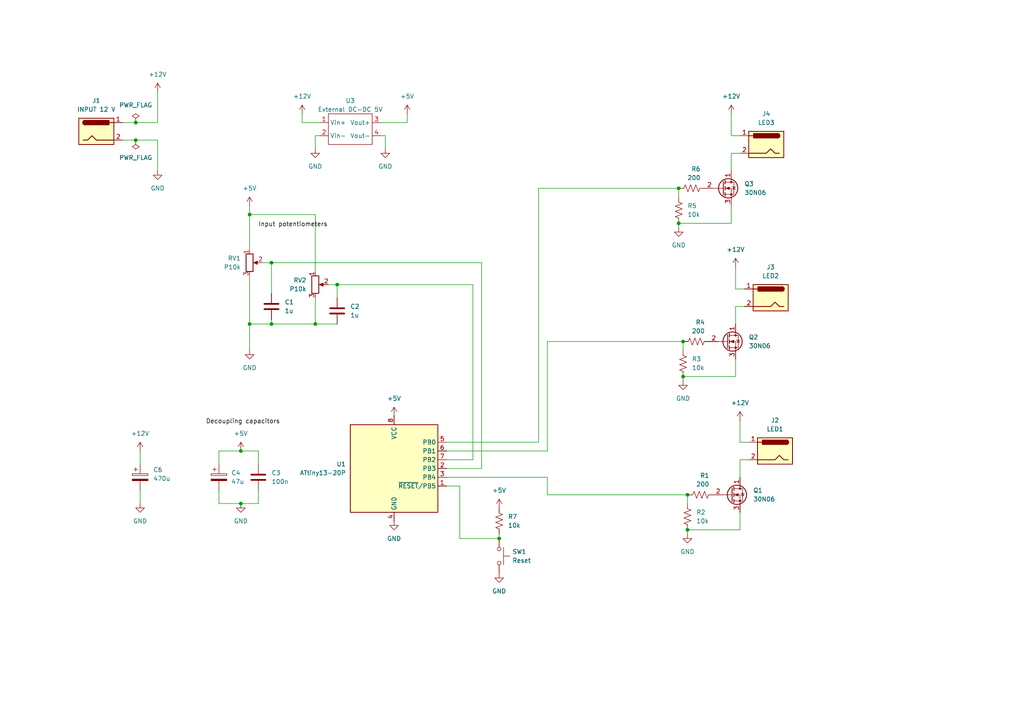
<source format=kicad_sch>
(kicad_sch (version 20231120) (generator "eeschema") (generator_version "8.0")
  (paper "A4")
  (title_block (title "Adjustable LED soft start PWM") (date "2024-04-13"))
  (lib_symbols
    (symbol "Connector:Jack-DC" (pin_names (offset 1.016))
      (property "Reference" "J" (at 0 5.334 0))
      (property "Value" "Jack-DC" (at 0 -5.08 0))
      (symbol "Jack-DC_0_1"
        (rectangle (start -5.08 3.81) (end 5.08 -3.81) (stroke (width 0.254)) (fill (type background)))
        (arc (start -3.302 3.175) (mid -3.9343 2.54) (end -3.302 1.905) (stroke (width 0.254)))
        (arc (start -3.302 3.175) (mid -3.9343 2.54) (end -3.302 1.905) (stroke (width 0.254)) (fill (type outline)))
        (polyline (pts (xy 5.08 2.54) (xy 3.81 2.54)) (stroke (width 0.254)))
        (polyline (pts (xy -3.81 -2.54) (xy -2.54 -2.54) (xy -1.27 -1.27) (xy 0 -2.54) (xy 2.54 -2.54) (xy 5.08 -2.54)) (stroke (width 0.254)))
        (rectangle (start 3.683 3.175) (end -3.302 1.905) (stroke (width 0.254)) (fill (type outline)))
      )
      (symbol "Jack-DC_1_1"
        (pin passive line (at 7.62 2.54 180) (length 2.54) (name "~") (number "1"))
        (pin passive line (at 7.62 -2.54 180) (length 2.54) (name "~") (number "2"))
      )
    )
    (symbol "Device:C" (pin_numbers hide) (pin_names (offset 0.254))
      (property "Reference" "C" (at 0.635 2.54 0))
      (property "Value" "C" (at 0.635 -2.54 0))
      (symbol "C_0_1"
        (polyline (pts (xy -2.032 -0.762) (xy 2.032 -0.762)) (stroke (width 0.508)))
        (polyline (pts (xy -2.032 0.762) (xy 2.032 0.762)) (stroke (width 0.508)))
      )
      (symbol "C_1_1"
        (pin passive line (at 0 3.81 270) (length 2.794) (name "~") (number "1"))
        (pin passive line (at 0 -3.81 90) (length 2.794) (name "~") (number "2"))
      )
    )
    (symbol "Device:C_Polarized" (pin_numbers hide) (pin_names (offset 0.254))
      (property "Reference" "C" (at 0.635 2.54 0))
      (property "Value" "C_Polarized" (at 0.635 -2.54 0))
      (symbol "C_Polarized_0_1"
        (rectangle (start -2.286 0.508) (end 2.286 1.016))
        (polyline (pts (xy -1.778 2.286) (xy -0.762 2.286)))
        (polyline (pts (xy -1.27 2.794) (xy -1.27 1.778)))
        (rectangle (start 2.286 -0.508) (end -2.286 -1.016) (fill (type outline)))
      )
      (symbol "C_Polarized_1_1"
        (pin passive line (at 0 3.81 270) (length 2.794) (name "~") (number "1"))
        (pin passive line (at 0 -3.81 90) (length 2.794) (name "~") (number "2"))
      )
    )
    (symbol "Device:R_Potentiometer" (pin_names (offset 1.016) hide)
      (property "Reference" "RV" (at -4.445 0 90))
      (property "Value" "R_Potentiometer" (at -2.54 0 90))
      (symbol "R_Potentiometer_0_1"
        (polyline (pts (xy 2.54 0) (xy 1.524 0)))
        (polyline (pts (xy 1.143 0) (xy 2.286 0.508) (xy 2.286 -0.508) (xy 1.143 0)) (fill (type outline)))
        (rectangle (start 1.016 2.54) (end -1.016 -2.54) (stroke (width 0.254)))
      )
      (symbol "R_Potentiometer_1_1"
        (pin passive line (at 0 3.81 270) (length 1.27) (name "1") (number "1"))
        (pin passive line (at 3.81 0 180) (length 1.27) (name "2") (number "2"))
        (pin passive line (at 0 -3.81 90) (length 1.27) (name "3") (number "3"))
      )
    )
    (symbol "Device:R_US" (pin_numbers hide) (pin_names (offset 0))
      (property "Reference" "R" (at 2.54 0 90))
      (property "Value" "R_US" (at -2.54 0 90))
      (symbol "R_US_0_1"
        (polyline (pts (xy 0 -2.286) (xy 0 -2.54)))
        (polyline (pts (xy 0 2.286) (xy 0 2.54)))
        (polyline (pts (xy 0 -0.762) (xy 1.016 -1.143) (xy 0 -1.524) (xy -1.016 -1.905) (xy 0 -2.286)))
        (polyline (pts (xy 0 0.762) (xy 1.016 0.381) (xy 0 0) (xy -1.016 -0.381) (xy 0 -0.762)))
        (polyline (pts (xy 0 2.286) (xy 1.016 1.905) (xy 0 1.524) (xy -1.016 1.143) (xy 0 0.762)))
      )
      (symbol "R_US_1_1"
        (pin passive line (at 0 3.81 270) (length 1.27) (name "~") (number "1"))
        (pin passive line (at 0 -3.81 90) (length 1.27) (name "~") (number "2"))
      )
    )
    (symbol "MCU_Microchip_ATtiny:ATtiny13-20P"
      (property "Reference" "U" (at -12.7 13.97 0))
      (property "Value" "ATtiny13-20P" (at 2.54 -13.97 0))
      (symbol "ATtiny13-20P_0_1"
        (rectangle (start -12.7 -12.7) (end 12.7 12.7) (stroke (width 0.254)) (fill (type background)))
      )
      (symbol "ATtiny13-20P_1_1"
        (pin bidirectional line (at 15.24 -5.08 180) (length 2.54) (name "~{RESET}/PB5") (number "1"))
        (pin bidirectional line (at 15.24 0 180) (length 2.54) (name "PB3") (number "2"))
        (pin bidirectional line (at 15.24 -2.54 180) (length 2.54) (name "PB4") (number "3"))
        (pin power_in line (at 0 -15.24 90) (length 2.54) (name "GND") (number "4"))
        (pin bidirectional line (at 15.24 7.62 180) (length 2.54) (name "PB0") (number "5"))
        (pin bidirectional line (at 15.24 5.08 180) (length 2.54) (name "PB1") (number "6"))
        (pin bidirectional line (at 15.24 2.54 180) (length 2.54) (name "PB2") (number "7"))
        (pin power_in line (at 0 15.24 270) (length 2.54) (name "VCC") (number "8"))
      )
    )
    (symbol "New_Library:5V_3A_BUCK_ALIEXPRESS"
      (property "Reference" "U" (at 0 0 0))
      (symbol "5V_3A_BUCK_ALIEXPRESS_0_1"
        (rectangle (start -6.35 -1.27) (end 6.35 -10.16))
      )
      (symbol "5V_3A_BUCK_ALIEXPRESS_1_1"
        (pin power_in line (at -8.89 -3.81 0) (length 2.54) (name "Vin+") (number "1"))
        (pin power_in line (at -8.89 -7.62 0) (length 2.54) (name "Vin-") (number "2"))
        (pin power_out line (at 8.89 -3.81 180) (length 2.54) (name "Vout+") (number "3"))
        (pin power_out line (at 8.89 -7.62 180) (length 2.54) (name "Vout-") (number "4"))
      )
    )
    (symbol "Switch:SW_Push" (pin_numbers hide) (pin_names (offset 1.016) hide)
      (property "Reference" "SW" (at 1.27 2.54 0))
      (property "Value" "SW_Push" (at 0 -1.524 0))
      (symbol "SW_Push_0_1"
        (circle (center -2.032 0) (radius 0.508))
        (polyline (pts (xy 0 1.27) (xy 0 3.048)))
        (polyline (pts (xy 2.54 1.27) (xy -2.54 1.27)))
        (circle (center 2.032 0) (radius 0.508))
        (pin passive line (at -5.08 0 0) (length 2.54) (name "1") (number "1"))
        (pin passive line (at 5.08 0 180) (length 2.54) (name "2") (number "2"))
      )
    )
    (symbol "Transistor_FET:IRL6283M" (pin_names hide)
      (property "Reference" "Q" (at 5.08 1.905 0))
      (property "Value" "IRL6283M" (at 5.08 0 0))
      (symbol "IRL6283M_0_1"
        (polyline (pts (xy 0.254 0) (xy -2.54 0)))
        (polyline (pts (xy 0.254 1.905) (xy 0.254 -1.905)) (stroke (width 0.254)))
        (polyline (pts (xy 0.762 -1.27) (xy 0.762 -2.286)) (stroke (width 0.254)))
        (polyline (pts (xy 0.762 0.508) (xy 0.762 -0.508)) (stroke (width 0.254)))
        (polyline (pts (xy 0.762 2.286) (xy 0.762 1.27)) (stroke (width 0.254)))
        (polyline (pts (xy 2.54 2.54) (xy 2.54 1.778)))
        (polyline (pts (xy 2.54 -2.54) (xy 2.54 0) (xy 0.762 0)))
        (polyline (pts (xy 0.762 -1.778) (xy 3.302 -1.778) (xy 3.302 1.778) (xy 0.762 1.778)))
        (polyline (pts (xy 1.016 0) (xy 2.032 0.381) (xy 2.032 -0.381) (xy 1.016 0)) (fill (type outline)))
        (polyline (pts (xy 2.794 0.508) (xy 2.921 0.381) (xy 3.683 0.381) (xy 3.81 0.254)))
        (polyline (pts (xy 3.302 0.381) (xy 2.921 -0.254) (xy 3.683 -0.254) (xy 3.302 0.381)))
        (circle (center 1.651 0) (radius 2.794) (stroke (width 0.254)))
        (circle (center 2.54 -1.778) (radius 0.254) (fill (type outline)))
        (circle (center 2.54 1.778) (radius 0.254) (fill (type outline)))
      )
      (symbol "IRL6283M_1_1"
        (pin passive line (at 2.54 5.08 270) (length 2.54) (name "D") (number "1"))
        (pin input line (at -5.08 0 0) (length 2.54) (name "G") (number "2"))
        (pin passive line (at 2.54 -5.08 90) (length 2.54) (name "S") (number "3"))
      )
    )
    (symbol "power:+12V" (power) (pin_numbers hide) (pin_names (offset 0) hide)
      (property "Value" "+12V" (at 0 3.556 0))
      (symbol "+12V_0_1"
        (polyline (pts (xy -0.762 1.27) (xy 0 2.54)))
        (polyline (pts (xy 0 0) (xy 0 2.54)))
        (polyline (pts (xy 0 2.54) (xy 0.762 1.27)))
      )
      (symbol "+12V_1_1"
        (pin power_in line (at 0 0 90) (length 0) (name "~") (number "1"))
      )
    )
    (symbol "power:+5V" (power) (pin_numbers hide) (pin_names (offset 0) hide)
      (property "Value" "+5V" (at 0 3.556 0))
      (symbol "+5V_0_1"
        (polyline (pts (xy -0.762 1.27) (xy 0 2.54)))
        (polyline (pts (xy 0 0) (xy 0 2.54)))
        (polyline (pts (xy 0 2.54) (xy 0.762 1.27)))
      )
      (symbol "+5V_1_1"
        (pin power_in line (at 0 0 90) (length 0) (name "~") (number "1"))
      )
    )
    (symbol "power:GND" (power) (pin_numbers hide) (pin_names (offset 0) hide)
      (property "Value" "GND" (at 0 -3.81 0))
      (symbol "GND_0_1"
        (polyline (pts (xy 0 0) (xy 0 -1.27) (xy 1.27 -1.27) (xy 0 -2.54) (xy -1.27 -1.27) (xy 0 -1.27)))
      )
      (symbol "GND_1_1"
        (pin power_in line (at 0 0 270) (length 0) (name "~") (number "1"))
      )
    )
    (symbol "power:PWR_FLAG" (power) (pin_numbers hide) (pin_names (offset 0) hide)
      (property "Value" "PWR_FLAG" (at 0 3.81 0))
      (symbol "PWR_FLAG_0_0"
        (pin power_out line (at 0 0 90) (length 0) (name "~") (number "1"))
      )
      (symbol "PWR_FLAG_0_1"
        (polyline (pts (xy 0 0) (xy 0 1.27) (xy -1.016 1.905) (xy 0 2.54) (xy 1.016 1.905) (xy 0 1.27)))
      )
    )
  )
  (junction (at 72.39 62.23))
  (junction (at 198.12 99.06))
  (junction (at 69.85 146.05))
  (junction (at 39.37 40.64))
  (junction (at 198.12 109.22))
  (junction (at 196.85 64.77))
  (junction (at 72.39 93.98))
  (junction (at 199.39 153.67))
  (junction (at 78.74 76.2))
  (junction (at 97.79 82.55))
  (junction (at 91.44 93.98))
  (junction (at 196.85 54.61))
  (junction (at 69.85 130.81))
  (junction (at 199.39 143.51))
  (junction (at 144.78 156.21))
  (junction (at 78.74 93.98))
  (junction (at 39.37 35.56))
  (wire (pts (xy 63.5 146.05) (xy 69.85 146.05)))
  (wire (pts (xy 213.36 83.82) (xy 213.36 77.47)))
  (wire (pts (xy 214.63 133.35) (xy 217.17 133.35)))
  (wire (pts (xy 35.56 40.64) (xy 39.37 40.64)))
  (wire (pts (xy 87.63 33.02) (xy 87.63 35.56)))
  (wire (pts (xy 139.7 135.89) (xy 139.7 76.2)))
  (wire (pts (xy 133.35 140.97) (xy 129.54 140.97)))
  (wire (pts (xy 214.63 39.37) (xy 212.09 39.37)))
  (wire (pts (xy 133.35 156.21) (xy 144.78 156.21)))
  (wire (pts (xy 133.35 140.97) (xy 133.35 156.21)))
  (wire (pts (xy 198.12 109.22) (xy 198.12 110.49)))
  (wire (pts (xy 212.09 39.37) (xy 212.09 33.02)))
  (wire (pts (xy 40.64 130.81) (xy 40.64 134.62)))
  (wire (pts (xy 91.44 39.37) (xy 92.71 39.37)))
  (wire (pts (xy 158.75 143.51) (xy 199.39 143.51)))
  (wire (pts (xy 74.93 130.81) (xy 69.85 130.81)))
  (wire (pts (xy 78.74 76.2) (xy 139.7 76.2)))
  (wire (pts (xy 97.79 82.55) (xy 137.16 82.55)))
  (wire (pts (xy 69.85 146.05) (xy 74.93 146.05)))
  (wire (pts (xy 198.12 109.22) (xy 213.36 109.22)))
  (wire (pts (xy 78.74 93.98) (xy 91.44 93.98)))
  (wire (pts (xy 45.72 26.67) (xy 45.72 35.56)))
  (wire (pts (xy 129.54 135.89) (xy 139.7 135.89)))
  (wire (pts (xy 129.54 138.43) (xy 158.75 138.43)))
  (wire (pts (xy 137.16 133.35) (xy 137.16 82.55)))
  (wire (pts (xy 156.21 54.61) (xy 196.85 54.61)))
  (wire (pts (xy 35.56 35.56) (xy 39.37 35.56)))
  (wire (pts (xy 45.72 40.64) (xy 45.72 49.53)))
  (wire (pts (xy 129.54 133.35) (xy 137.16 133.35)))
  (wire (pts (xy 91.44 93.98) (xy 97.79 93.98)))
  (wire (pts (xy 91.44 86.36) (xy 91.44 93.98)))
  (wire (pts (xy 91.44 78.74) (xy 91.44 62.23)))
  (wire (pts (xy 39.37 40.64) (xy 45.72 40.64)))
  (wire (pts (xy 40.64 142.24) (xy 40.64 146.05)))
  (wire (pts (xy 39.37 35.56) (xy 45.72 35.56)))
  (wire (pts (xy 213.36 109.22) (xy 213.36 104.14)))
  (wire (pts (xy 196.85 64.77) (xy 196.85 66.04)))
  (wire (pts (xy 97.79 82.55) (xy 95.25 82.55)))
  (wire (pts (xy 91.44 43.18) (xy 91.44 39.37)))
  (wire (pts (xy 158.75 130.81) (xy 158.75 99.06)))
  (wire (pts (xy 212.09 64.77) (xy 212.09 59.69)))
  (wire (pts (xy 72.39 62.23) (xy 72.39 72.39)))
  (wire (pts (xy 110.49 39.37) (xy 111.76 39.37)))
  (wire (pts (xy 78.74 93.98) (xy 72.39 93.98)))
  (wire (pts (xy 72.39 80.01) (xy 72.39 93.98)))
  (wire (pts (xy 63.5 146.05) (xy 63.5 142.24)))
  (wire (pts (xy 74.93 142.24) (xy 74.93 146.05)))
  (wire (pts (xy 198.12 99.06) (xy 198.12 101.6)))
  (wire (pts (xy 78.74 76.2) (xy 78.74 85.09)))
  (wire (pts (xy 214.63 138.43) (xy 214.63 133.35)))
  (wire (pts (xy 129.54 130.81) (xy 158.75 130.81)))
  (wire (pts (xy 196.85 64.77) (xy 212.09 64.77)))
  (wire (pts (xy 72.39 59.69) (xy 72.39 62.23)))
  (wire (pts (xy 110.49 35.56) (xy 118.11 35.56)))
  (wire (pts (xy 111.76 39.37) (xy 111.76 43.18)))
  (wire (pts (xy 199.39 153.67) (xy 214.63 153.67)))
  (wire (pts (xy 63.5 130.81) (xy 69.85 130.81)))
  (wire (pts (xy 213.36 93.98) (xy 213.36 88.9)))
  (wire (pts (xy 199.39 143.51) (xy 199.39 146.05)))
  (wire (pts (xy 196.85 54.61) (xy 196.85 57.15)))
  (wire (pts (xy 214.63 153.67) (xy 214.63 148.59)))
  (wire (pts (xy 118.11 35.56) (xy 118.11 33.02)))
  (wire (pts (xy 129.54 128.27) (xy 156.21 128.27)))
  (wire (pts (xy 158.75 99.06) (xy 198.12 99.06)))
  (wire (pts (xy 215.9 83.82) (xy 213.36 83.82)))
  (wire (pts (xy 87.63 35.56) (xy 92.71 35.56)))
  (wire (pts (xy 72.39 62.23) (xy 91.44 62.23)))
  (wire (pts (xy 217.17 128.27) (xy 214.63 128.27)))
  (wire (pts (xy 72.39 93.98) (xy 72.39 101.6)))
  (wire (pts (xy 158.75 138.43) (xy 158.75 143.51)))
  (wire (pts (xy 213.36 88.9) (xy 215.9 88.9)))
  (wire (pts (xy 212.09 44.45) (xy 214.63 44.45)))
  (wire (pts (xy 78.74 76.2) (xy 76.2 76.2)))
  (wire (pts (xy 214.63 128.27) (xy 214.63 121.92)))
  (wire (pts (xy 156.21 128.27) (xy 156.21 54.61)))
  (wire (pts (xy 63.5 134.62) (xy 63.5 130.81)))
  (wire (pts (xy 212.09 49.53) (xy 212.09 44.45)))
  (wire (pts (xy 78.74 93.98) (xy 78.74 92.71)))
  (wire (pts (xy 144.78 154.94) (xy 144.78 156.21)))
  (wire (pts (xy 199.39 153.67) (xy 199.39 154.94)))
  (wire (pts (xy 74.93 134.62) (xy 74.93 130.81)))
  (wire (pts (xy 97.79 86.36) (xy 97.79 82.55)))
  (label "Decoupling capacitors" (at 59.69 123.19 0))
  (label "Input potentiometers" (at 74.93 66.04 0))
  (symbol (lib_id "power:+5V") (at 69.85 130.81 0) (unit 1)
    (property "Reference" "#PWR07" (effects (hide yes)))
    (property "Value" "+5V" (at 69.85 125.73 0))
    (property "Description" "Power symbol creates a global label with name \"+5V\"" (effects (hide yes)))
  )
  (symbol (lib_id "power:GND") (at 72.39 101.6 0) (unit 1)
    (property "Reference" "#PWR04" (effects (hide yes)))
    (property "Value" "GND" (at 72.39 106.68 0))
    (property "Description" "Power symbol creates a global label with name \"GND\" , ground" (effects (hide yes)))
  )
  (symbol (lib_id "Device:R_US") (at 196.85 60.96 0) (unit 1)
    (property "Reference" "R5" (at 199.39 59.6899 0) (effects (justify left)))
    (property "Value" "10k" (at 199.39 62.2299 0) (effects (justify left)))
    (property "Footprint" "Resistor_THT:R_Axial_DIN0207_L6.3mm_D2.5mm_P10.16mm_Horizontal" (effects (hide yes)))
    (property "Description" "Resistor, US symbol" (effects (hide yes)))
  )
  (symbol (lib_id "power:+5V") (at 72.39 59.69 0) (unit 1)
    (property "Reference" "#PWR03" (effects (hide yes)))
    (property "Value" "+5V" (at 72.39 54.61 0))
    (property "Description" "Power symbol creates a global label with name \"+5V\"" (effects (hide yes)))
  )
  (symbol (lib_id "Device:R_US") (at 144.78 151.13 0) (unit 1)
    (property "Reference" "R7" (at 147.32 149.8599 0) (effects (justify left)))
    (property "Value" "10k" (at 147.32 152.3999 0) (effects (justify left)))
    (property "Footprint" "Resistor_THT:R_Axial_DIN0207_L6.3mm_D2.5mm_P10.16mm_Horizontal" (effects (hide yes)))
    (property "Description" "Resistor, US symbol" (effects (hide yes)))
  )
  (symbol (lib_id "Device:R_US") (at 198.12 105.41 0) (unit 1)
    (property "Reference" "R3" (at 200.66 104.1399 0) (effects (justify left)))
    (property "Value" "10k" (at 200.66 106.6799 0) (effects (justify left)))
    (property "Footprint" "Resistor_THT:R_Axial_DIN0207_L6.3mm_D2.5mm_P10.16mm_Horizontal" (effects (hide yes)))
    (property "Description" "Resistor, US symbol" (effects (hide yes)))
  )
  (symbol (lib_id "Transistor_FET:IRL6283M") (at 210.82 99.06 0) (unit 1)
    (property "Reference" "Q2" (at 217.17 97.7899 0) (effects (justify left)))
    (property "Value" "30N06" (at 217.17 100.3299 0) (effects (justify left)))
    (property "Footprint" "Package_DirectFET:DirectFET_MD" (effects (hide yes)))
    (property "Datasheet" "https://www.infineon.com/dgdl/irl6283mpbf.pdf?fileId=5546d462533600a40153565fe9452573" (effects (hide yes)))
    (property "Description" "38A Id, 20V Vds, 0.75mOhm Rds, N-Channel HEXFET Power MOSFET, DirectFET MD" (effects (hide yes)))
  )
  (symbol (lib_id "Device:C_Polarized") (at 63.5 138.43 0) (unit 1)
    (property "Reference" "C4" (at 67.056 137.16 0) (effects (justify left)))
    (property "Value" "47u" (at 67.056 139.7 0) (effects (justify left)))
    (property "Footprint" "Capacitor_THT:CP_Axial_L11.0mm_D5.0mm_P18.00mm_Horizontal" (effects (hide yes)))
    (property "Description" "Polarized capacitor" (effects (hide yes)))
  )
  (symbol (lib_id "power:+12V") (at 45.72 26.67 0) (unit 1)
    (property "Reference" "#PWR02" (effects (hide yes)))
    (property "Value" "+12V" (at 45.72 21.59 0))
    (property "Description" "Power symbol creates a global label with name \"+12V\"" (effects (hide yes)))
  )
  (symbol (lib_id "Transistor_FET:IRL6283M") (at 209.55 54.61 0) (unit 1)
    (property "Reference" "Q3" (at 215.9 53.3399 0) (effects (justify left)))
    (property "Value" "30N06" (at 215.9 55.8799 0) (effects (justify left)))
    (property "Footprint" "Package_DirectFET:DirectFET_MD" (effects (hide yes)))
    (property "Datasheet" "https://www.infineon.com/dgdl/irl6283mpbf.pdf?fileId=5546d462533600a40153565fe9452573" (effects (hide yes)))
    (property "Description" "38A Id, 20V Vds, 0.75mOhm Rds, N-Channel HEXFET Power MOSFET, DirectFET MD" (effects (hide yes)))
  )
  (symbol (lib_id "power:+12V") (at 212.09 33.02 0) (unit 1)
    (property "Reference" "#PWR014" (effects (hide yes)))
    (property "Value" "+12V" (at 212.09 27.94 0))
    (property "Description" "Power symbol creates a global label with name \"+12V\"" (effects (hide yes)))
  )
  (symbol (lib_id "power:+5V") (at 118.11 33.02 0) (unit 1)
    (property "Reference" "#PWR017" (effects (hide yes)))
    (property "Value" "+5V" (at 118.11 27.94 0))
    (property "Description" "Power symbol creates a global label with name \"+5V\"" (effects (hide yes)))
  )
  (symbol (lib_id "power:+5V") (at 114.3 120.65 0) (unit 1)
    (property "Reference" "#PWR05" (effects (hide yes)))
    (property "Value" "+5V" (at 114.3 115.57 0))
    (property "Description" "Power symbol creates a global label with name \"+5V\"" (effects (hide yes)))
  )
  (symbol (lib_id "power:+12V") (at 214.63 121.92 0) (unit 1)
    (property "Reference" "#PWR010" (effects (hide yes)))
    (property "Value" "+12V" (at 214.63 116.84 0))
    (property "Description" "Power symbol creates a global label with name \"+12V\"" (effects (hide yes)))
  )
  (symbol (lib_id "Device:C") (at 74.93 138.43 0) (unit 1)
    (property "Reference" "C3" (at 78.74 137.16 0) (effects (justify left)))
    (property "Value" "100n" (at 78.74 139.7 0) (effects (justify left)))
    (property "Footprint" "Capacitor_THT:C_Disc_D5.0mm_W2.5mm_P2.50mm" (effects (hide yes)))
    (property "Description" "Unpolarized capacitor" (effects (hide yes)))
  )
  (symbol (lib_id "Connector:Jack-DC") (at 27.94 38.1 0) (unit 1)
    (property "Reference" "J1" (at 27.94 29.21 0))
    (property "Value" "INPUT 12 V" (at 27.94 31.75 0))
    (property "Footprint" "TerminalBlock:TerminalBlock_bornier-2_P5.08mm" (effects (hide yes)))
    (property "Description" "DC Barrel Jack" (effects (hide yes)))
  )
  (symbol (lib_id "Device:C_Polarized") (at 40.64 138.43 0) (unit 1)
    (property "Reference" "C6" (at 44.45 136.2709 0) (effects (justify left)))
    (property "Value" "470u" (at 44.45 138.8109 0) (effects (justify left)))
    (property "Footprint" "Capacitor_THT:CP_Radial_D8.0mm_P5.00mm" (effects (hide yes)))
    (property "Description" "Polarized capacitor" (effects (hide yes)))
  )
  (symbol (lib_id "power:GND") (at 199.39 154.94 0) (unit 1)
    (property "Reference" "#PWR09" (effects (hide yes)))
    (property "Value" "GND" (at 199.39 160.02 0))
    (property "Description" "Power symbol creates a global label with name \"GND\" , ground" (effects (hide yes)))
  )
  (symbol (lib_id "Device:R_Potentiometer") (at 72.39 76.2 0) (unit 1)
    (property "Reference" "RV1" (at 69.85 74.9299 0) (effects (justify right)))
    (property "Value" "P10k" (at 69.85 77.4699 0) (effects (justify right)))
    (property "Footprint" "Potentiometer_THT:Potentiometer_Bourns_3296X_Horizontal" (effects (hide yes)))
    (property "Description" "Potentiometer" (effects (hide yes)))
  )
  (symbol (lib_id "New_Library:5V_3A_BUCK_ALIEXPRESS") (at 101.6 31.75 0) (unit 1)
    (property "Reference" "U3" (at 101.6 29.21 0))
    (property "Value" "External DC-DC 5V" (at 101.6 31.75 0))
    (property "Footprint" "Library:5V 3A BUCK ALIEXPRESS" (effects (hide yes)))
  )
  (symbol (lib_id "Device:R_US") (at 201.93 99.06 90) (unit 1)
    (property "Reference" "R4" (at 204.47 93.472 90) (effects (justify left)))
    (property "Value" "200" (at 204.47 96.012 90) (effects (justify left)))
    (property "Footprint" "Resistor_THT:R_Axial_DIN0207_L6.3mm_D2.5mm_P10.16mm_Horizontal" (effects (hide yes)))
    (property "Description" "Resistor, US symbol" (effects (hide yes)))
  )
  (symbol (lib_id "Device:C") (at 78.74 88.9 0) (unit 1)
    (property "Reference" "C1" (at 82.55 87.6299 0) (effects (justify left)))
    (property "Value" "1u" (at 82.55 90.1699 0) (effects (justify left)))
    (property "Footprint" "Capacitor_THT:C_Radial_D4.0mm_H7.0mm_P1.50mm" (effects (hide yes)))
    (property "Description" "Unpolarized capacitor" (effects (hide yes)))
  )
  (symbol (lib_id "power:GND") (at 111.76 43.18 0) (unit 1)
    (property "Reference" "#PWR018" (effects (hide yes)))
    (property "Value" "GND" (at 111.76 48.26 0))
    (property "Description" "Power symbol creates a global label with name \"GND\" , ground" (effects (hide yes)))
  )
  (symbol (lib_id "Device:R_US") (at 199.39 149.86 0) (unit 1)
    (property "Reference" "R2" (at 201.93 148.5899 0) (effects (justify left)))
    (property "Value" "10k" (at 201.93 151.1299 0) (effects (justify left)))
    (property "Footprint" "Resistor_THT:R_Axial_DIN0207_L6.3mm_D2.5mm_P10.16mm_Horizontal" (effects (hide yes)))
    (property "Description" "Resistor, US symbol" (effects (hide yes)))
  )
  (symbol (lib_id "power:+12V") (at 213.36 77.47 0) (unit 1)
    (property "Reference" "#PWR012" (effects (hide yes)))
    (property "Value" "+12V" (at 213.36 72.39 0))
    (property "Description" "Power symbol creates a global label with name \"+12V\"" (effects (hide yes)))
  )
  (symbol (lib_id "Transistor_FET:IRL6283M") (at 212.09 143.51 0) (unit 1)
    (property "Reference" "Q1" (at 218.44 142.2399 0) (effects (justify left)))
    (property "Value" "30N06" (at 218.44 144.7799 0) (effects (justify left)))
    (property "Footprint" "Package_DirectFET:DirectFET_MD" (effects (hide yes)))
    (property "Datasheet" "https://www.infineon.com/dgdl/irl6283mpbf.pdf?fileId=5546d462533600a40153565fe9452573" (effects (hide yes)))
    (property "Description" "38A Id, 20V Vds, 0.75mOhm Rds, N-Channel HEXFET Power MOSFET, DirectFET MD" (effects (hide yes)))
  )
  (symbol (lib_id "Device:R_US") (at 203.2 143.51 90) (unit 1)
    (property "Reference" "R1" (at 205.74 137.922 90) (effects (justify left)))
    (property "Value" "200" (at 205.74 140.462 90) (effects (justify left)))
    (property "Footprint" "Resistor_THT:R_Axial_DIN0207_L6.3mm_D2.5mm_P10.16mm_Horizontal" (effects (hide yes)))
    (property "Description" "Resistor, US symbol" (effects (hide yes)))
  )
  (symbol (lib_id "power:PWR_FLAG") (at 39.37 35.56 0) (unit 1)
    (property "Reference" "#FLG01" (effects (hide yes)))
    (property "Value" "PWR_FLAG" (at 39.37 30.48 0))
    (property "Description" "Special symbol for telling ERC where power comes from" (effects (hide yes)))
  )
  (symbol (lib_id "power:GND") (at 114.3 151.13 0) (unit 1)
    (property "Reference" "#PWR06" (effects (hide yes)))
    (property "Value" "GND" (at 114.3 156.21 0))
    (property "Description" "Power symbol creates a global label with name \"GND\" , ground" (effects (hide yes)))
  )
  (symbol (lib_id "Device:R_US") (at 200.66 54.61 90) (unit 1)
    (property "Reference" "R6" (at 203.2 49.022 90) (effects (justify left)))
    (property "Value" "200" (at 203.2 51.562 90) (effects (justify left)))
    (property "Footprint" "Resistor_THT:R_Axial_DIN0207_L6.3mm_D2.5mm_P10.16mm_Horizontal" (effects (hide yes)))
    (property "Description" "Resistor, US symbol" (effects (hide yes)))
  )
  (symbol (lib_id "power:GND") (at 198.12 110.49 0) (unit 1)
    (property "Reference" "#PWR011" (effects (hide yes)))
    (property "Value" "GND" (at 198.12 115.57 0))
    (property "Description" "Power symbol creates a global label with name \"GND\" , ground" (effects (hide yes)))
  )
  (symbol (lib_id "power:GND") (at 40.64 146.05 0) (unit 1)
    (property "Reference" "#PWR021" (effects (hide yes)))
    (property "Value" "GND" (at 40.64 151.13 0))
    (property "Description" "Power symbol creates a global label with name \"GND\" , ground" (effects (hide yes)))
  )
  (symbol (lib_id "MCU_Microchip_ATtiny:ATtiny13-20P") (at 114.3 135.89 0) (unit 1)
    (property "Reference" "U1" (at 100.33 134.6199 0) (effects (justify right)))
    (property "Value" "ATtiny13-20P" (at 100.33 137.1599 0) (effects (justify right)))
    (property "Footprint" "Package_DIP:DIP-8_W7.62mm" (effects (hide yes)))
    (property "Datasheet" "http://ww1.microchip.com/downloads/en/DeviceDoc/doc2535.pdf" (effects (hide yes)))
    (property "Description" "20MHz, 1kB Flash, 64B SRAM, 64B EEPROM, debugWIRE, DIP-8" (effects (hide yes)))
  )
  (symbol (lib_id "power:GND") (at 91.44 43.18 0) (unit 1)
    (property "Reference" "#PWR016" (effects (hide yes)))
    (property "Value" "GND" (at 91.44 48.26 0))
    (property "Description" "Power symbol creates a global label with name \"GND\" , ground" (effects (hide yes)))
  )
  (symbol (lib_id "Device:R_Potentiometer") (at 91.44 82.55 0) (unit 1)
    (property "Reference" "RV2" (at 88.9 81.2799 0) (effects (justify right)))
    (property "Value" "P10k" (at 88.9 83.8199 0) (effects (justify right)))
    (property "Footprint" "Potentiometer_THT:Potentiometer_Bourns_3296X_Horizontal" (effects (hide yes)))
    (property "Description" "Potentiometer" (effects (hide yes)))
  )
  (symbol (lib_id "Connector:Jack-DC") (at 222.25 41.91 0) (mirror y) (unit 1)
    (property "Reference" "J4" (at 222.25 33.02 0))
    (property "Value" "LED3" (at 222.25 35.56 0))
    (property "Footprint" "TerminalBlock_TE-Connectivity:TerminalBlock_TE_282834-2_1x02_P2.54mm_Horizontal" (effects (hide yes)))
    (property "Description" "DC Barrel Jack" (effects (hide yes)))
  )
  (symbol (lib_id "Connector:Jack-DC") (at 223.52 86.36 0) (mirror y) (unit 1)
    (property "Reference" "J3" (at 223.52 77.47 0))
    (property "Value" "LED2" (at 223.52 80.01 0))
    (property "Footprint" "TerminalBlock_TE-Connectivity:TerminalBlock_TE_282834-2_1x02_P2.54mm_Horizontal" (effects (hide yes)))
    (property "Description" "DC Barrel Jack" (effects (hide yes)))
  )
  (symbol (lib_id "power:+12V") (at 87.63 33.02 0) (unit 1)
    (property "Reference" "#PWR015" (effects (hide yes)))
    (property "Value" "+12V" (at 87.63 27.94 0))
    (property "Description" "Power symbol creates a global label with name \"+12V\"" (effects (hide yes)))
  )
  (symbol (lib_id "power:+5V") (at 144.78 147.32 0) (unit 1)
    (property "Reference" "#PWR022" (effects (hide yes)))
    (property "Value" "+5V" (at 144.78 142.24 0))
    (property "Description" "Power symbol creates a global label with name \"+5V\"" (effects (hide yes)))
  )
  (symbol (lib_id "Switch:SW_Push") (at 144.78 161.29 270) (unit 1)
    (property "Reference" "SW1" (at 148.59 160.0199 90) (effects (justify left)))
    (property "Value" "Reset" (at 148.59 162.5599 90) (effects (justify left)))
    (property "Footprint" "Button_Switch_THT:SW_PUSH_6mm" (effects (hide yes)))
    (property "Description" "Push button switch, generic, two pins" (effects (hide yes)))
  )
  (symbol (lib_id "power:GND") (at 45.72 49.53 0) (unit 1)
    (property "Reference" "#PWR01" (effects (hide yes)))
    (property "Value" "GND" (at 45.72 54.61 0))
    (property "Description" "Power symbol creates a global label with name \"GND\" , ground" (effects (hide yes)))
  )
  (symbol (lib_id "power:GND") (at 196.85 66.04 0) (unit 1)
    (property "Reference" "#PWR013" (effects (hide yes)))
    (property "Value" "GND" (at 196.85 71.12 0))
    (property "Description" "Power symbol creates a global label with name \"GND\" , ground" (effects (hide yes)))
  )
  (symbol (lib_id "Connector:Jack-DC") (at 224.79 130.81 0) (mirror y) (unit 1)
    (property "Reference" "J2" (at 224.79 121.92 0))
    (property "Value" "LED1" (at 224.79 124.46 0))
    (property "Footprint" "TerminalBlock_TE-Connectivity:TerminalBlock_TE_282834-2_1x02_P2.54mm_Horizontal" (effects (hide yes)))
    (property "Description" "DC Barrel Jack" (effects (hide yes)))
  )
  (symbol (lib_id "power:+12V") (at 40.64 130.81 0) (unit 1)
    (property "Reference" "#PWR020" (effects (hide yes)))
    (property "Value" "+12V" (at 40.64 125.73 0))
    (property "Description" "Power symbol creates a global label with name \"+12V\"" (effects (hide yes)))
  )
  (symbol (lib_id "power:GND") (at 69.85 146.05 0) (unit 1)
    (property "Reference" "#PWR08" (effects (hide yes)))
    (property "Value" "GND" (at 69.85 151.13 0))
    (property "Description" "Power symbol creates a global label with name \"GND\" , ground" (effects (hide yes)))
  )
  (symbol (lib_id "power:PWR_FLAG") (at 39.37 40.64 180) (unit 1)
    (property "Reference" "#FLG02" (effects (hide yes)))
    (property "Value" "PWR_FLAG" (at 39.37 45.72 0))
    (property "Description" "Special symbol for telling ERC where power comes from" (effects (hide yes)))
  )
  (symbol (lib_id "Device:C") (at 97.79 90.17 0) (unit 1)
    (property "Reference" "C2" (at 101.6 88.8999 0) (effects (justify left)))
    (property "Value" "1u" (at 101.6 91.4399 0) (effects (justify left)))
    (property "Footprint" "Capacitor_THT:C_Radial_D4.0mm_H7.0mm_P1.50mm" (effects (hide yes)))
    (property "Description" "Unpolarized capacitor" (effects (hide yes)))
  )
  (symbol (lib_id "power:GND") (at 144.78 166.37 0) (unit 1)
    (property "Reference" "#PWR019" (effects (hide yes)))
    (property "Value" "GND" (at 144.78 171.45 0))
    (property "Description" "Power symbol creates a global label with name \"GND\" , ground" (effects (hide yes)))
  )
)
</source>
